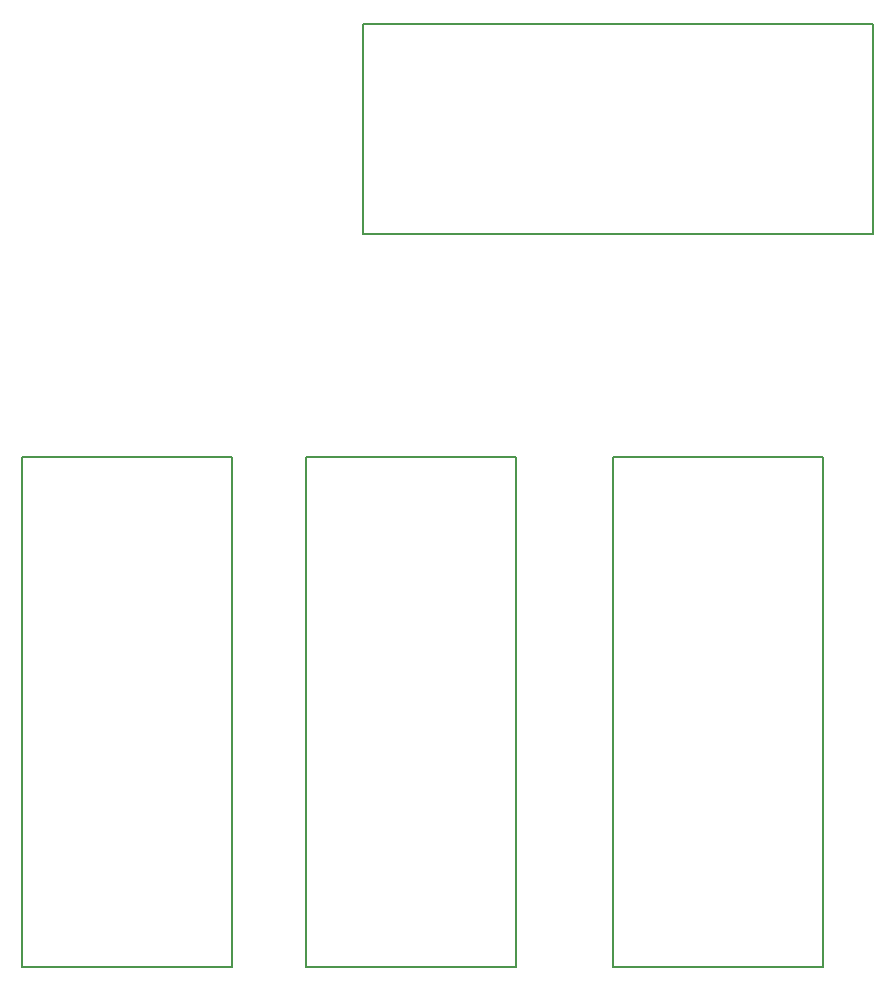
<source format=gm1>
G04 Layer_Color=16711935*
%FSLAX24Y24*%
%MOIN*%
G70*
G01*
G75*
%ADD77C,0.0050*%
D77*
X37008Y10236D02*
Y27236D01*
X30008D02*
X37008D01*
X30008Y10236D02*
Y27236D01*
Y10236D02*
X37008D01*
X47244D02*
Y27236D01*
X40244D02*
X47244D01*
X40244Y10236D02*
Y27236D01*
Y10236D02*
X47244D01*
X27559D02*
Y27236D01*
X20559D02*
X27559D01*
X20559Y10236D02*
Y27236D01*
Y10236D02*
X27559D01*
X31909Y34642D02*
Y41642D01*
X48909D01*
Y34642D02*
Y41642D01*
X31909Y34642D02*
X48909D01*
M02*

</source>
